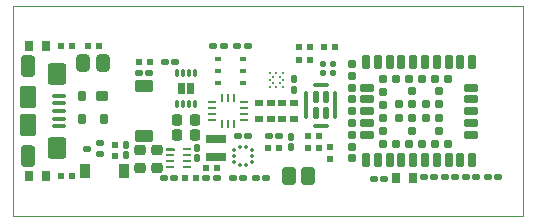
<source format=gtp>
G04*
G04 #@! TF.GenerationSoftware,Altium Limited,Altium Designer,24.2.2 (26)*
G04*
G04 Layer_Color=8421504*
%FSLAX44Y44*%
%MOMM*%
G71*
G04*
G04 #@! TF.SameCoordinates,84A61C28-107D-4167-A594-B99BE37EB826*
G04*
G04*
G04 #@! TF.FilePolarity,Positive*
G04*
G01*
G75*
%ADD12C,0.1000*%
G04:AMPARAMS|DCode=13|XSize=1.9mm|YSize=1.4mm|CornerRadius=0.259mm|HoleSize=0mm|Usage=FLASHONLY|Rotation=90.000|XOffset=0mm|YOffset=0mm|HoleType=Round|Shape=RoundedRectangle|*
%AMROUNDEDRECTD13*
21,1,1.9000,0.8820,0,0,90.0*
21,1,1.3820,1.4000,0,0,90.0*
1,1,0.5180,0.4410,0.6910*
1,1,0.5180,0.4410,-0.6910*
1,1,0.5180,-0.4410,-0.6910*
1,1,0.5180,-0.4410,0.6910*
%
%ADD13ROUNDEDRECTD13*%
G04:AMPARAMS|DCode=14|XSize=1.825mm|YSize=1.6mm|CornerRadius=0.296mm|HoleSize=0mm|Usage=FLASHONLY|Rotation=90.000|XOffset=0mm|YOffset=0mm|HoleType=Round|Shape=RoundedRectangle|*
%AMROUNDEDRECTD14*
21,1,1.8250,1.0080,0,0,90.0*
21,1,1.2330,1.6000,0,0,90.0*
1,1,0.5920,0.5040,0.6165*
1,1,0.5920,0.5040,-0.6165*
1,1,0.5920,-0.5040,-0.6165*
1,1,0.5920,-0.5040,0.6165*
%
%ADD14ROUNDEDRECTD14*%
G04:AMPARAMS|DCode=15|XSize=0.37mm|YSize=1.11mm|CornerRadius=0.0907mm|HoleSize=0mm|Usage=FLASHONLY|Rotation=90.000|XOffset=0mm|YOffset=0mm|HoleType=Round|Shape=RoundedRectangle|*
%AMROUNDEDRECTD15*
21,1,0.3700,0.9287,0,0,90.0*
21,1,0.1887,1.1100,0,0,90.0*
1,1,0.1813,0.4643,0.0944*
1,1,0.1813,0.4643,-0.0944*
1,1,0.1813,-0.4643,-0.0944*
1,1,0.1813,-0.4643,0.0944*
%
%ADD15ROUNDEDRECTD15*%
G04:AMPARAMS|DCode=16|XSize=1.78mm|YSize=1.2mm|CornerRadius=0.222mm|HoleSize=0mm|Usage=FLASHONLY|Rotation=90.000|XOffset=0mm|YOffset=0mm|HoleType=Round|Shape=RoundedRectangle|*
%AMROUNDEDRECTD16*
21,1,1.7800,0.7560,0,0,90.0*
21,1,1.3360,1.2000,0,0,90.0*
1,1,0.4440,0.3780,0.6680*
1,1,0.4440,0.3780,-0.6680*
1,1,0.4440,-0.3780,-0.6680*
1,1,0.4440,-0.3780,0.6680*
%
%ADD16ROUNDEDRECTD16*%
%ADD17R,0.8000X0.2499*%
%ADD18R,0.2499X0.8000*%
G04:AMPARAMS|DCode=19|XSize=0.64mm|YSize=0.26mm|CornerRadius=0.0702mm|HoleSize=0mm|Usage=FLASHONLY|Rotation=90.000|XOffset=0mm|YOffset=0mm|HoleType=Round|Shape=RoundedRectangle|*
%AMROUNDEDRECTD19*
21,1,0.6400,0.1196,0,0,90.0*
21,1,0.4996,0.2600,0,0,90.0*
1,1,0.1404,0.0598,0.2498*
1,1,0.1404,0.0598,-0.2498*
1,1,0.1404,-0.0598,-0.2498*
1,1,0.1404,-0.0598,0.2498*
%
%ADD19ROUNDEDRECTD19*%
G04:AMPARAMS|DCode=20|XSize=0.6599mm|YSize=0.5001mm|CornerRadius=0.125mm|HoleSize=0mm|Usage=FLASHONLY|Rotation=180.000|XOffset=0mm|YOffset=0mm|HoleType=Round|Shape=RoundedRectangle|*
%AMROUNDEDRECTD20*
21,1,0.6599,0.2501,0,0,180.0*
21,1,0.4098,0.5001,0,0,180.0*
1,1,0.2501,-0.2049,0.1250*
1,1,0.2501,0.2049,0.1250*
1,1,0.2501,0.2049,-0.1250*
1,1,0.2501,-0.2049,-0.1250*
%
%ADD20ROUNDEDRECTD20*%
G04:AMPARAMS|DCode=21|XSize=0.91mm|YSize=1.01mm|CornerRadius=0.1502mm|HoleSize=0mm|Usage=FLASHONLY|Rotation=90.000|XOffset=0mm|YOffset=0mm|HoleType=Round|Shape=RoundedRectangle|*
%AMROUNDEDRECTD21*
21,1,0.9100,0.7097,0,0,90.0*
21,1,0.6097,1.0100,0,0,90.0*
1,1,0.3003,0.3549,0.3049*
1,1,0.3003,0.3549,-0.3049*
1,1,0.3003,-0.3549,-0.3049*
1,1,0.3003,-0.3549,0.3049*
%
%ADD21ROUNDEDRECTD21*%
G04:AMPARAMS|DCode=22|XSize=0.91mm|YSize=0.61mm|CornerRadius=0.1495mm|HoleSize=0mm|Usage=FLASHONLY|Rotation=90.000|XOffset=0mm|YOffset=0mm|HoleType=Round|Shape=RoundedRectangle|*
%AMROUNDEDRECTD22*
21,1,0.9100,0.3111,0,0,90.0*
21,1,0.6111,0.6100,0,0,90.0*
1,1,0.2989,0.1556,0.3056*
1,1,0.2989,0.1556,-0.3056*
1,1,0.2989,-0.1556,-0.3056*
1,1,0.2989,-0.1556,0.3056*
%
%ADD22ROUNDEDRECTD22*%
G04:AMPARAMS|DCode=23|XSize=0.91mm|YSize=1.22mm|CornerRadius=0.2275mm|HoleSize=0mm|Usage=FLASHONLY|Rotation=180.000|XOffset=0mm|YOffset=0mm|HoleType=Round|Shape=RoundedRectangle|*
%AMROUNDEDRECTD23*
21,1,0.9100,0.7650,0,0,180.0*
21,1,0.4550,1.2200,0,0,180.0*
1,1,0.4550,-0.2275,0.3825*
1,1,0.4550,0.2275,0.3825*
1,1,0.4550,0.2275,-0.3825*
1,1,0.4550,-0.2275,-0.3825*
%
%ADD23ROUNDEDRECTD23*%
G04:AMPARAMS|DCode=24|XSize=0.54mm|YSize=0.54mm|CornerRadius=0.1404mm|HoleSize=0mm|Usage=FLASHONLY|Rotation=270.000|XOffset=0mm|YOffset=0mm|HoleType=Round|Shape=RoundedRectangle|*
%AMROUNDEDRECTD24*
21,1,0.5400,0.2592,0,0,270.0*
21,1,0.2592,0.5400,0,0,270.0*
1,1,0.2808,-0.1296,-0.1296*
1,1,0.2808,-0.1296,0.1296*
1,1,0.2808,0.1296,0.1296*
1,1,0.2808,0.1296,-0.1296*
%
%ADD24ROUNDEDRECTD24*%
G04:AMPARAMS|DCode=25|XSize=0.55mm|YSize=0.58mm|CornerRadius=0.1403mm|HoleSize=0mm|Usage=FLASHONLY|Rotation=0.000|XOffset=0mm|YOffset=0mm|HoleType=Round|Shape=RoundedRectangle|*
%AMROUNDEDRECTD25*
21,1,0.5500,0.2995,0,0,0.0*
21,1,0.2695,0.5800,0,0,0.0*
1,1,0.2805,0.1348,-0.1498*
1,1,0.2805,-0.1348,-0.1498*
1,1,0.2805,-0.1348,0.1498*
1,1,0.2805,0.1348,0.1498*
%
%ADD25ROUNDEDRECTD25*%
G04:AMPARAMS|DCode=26|XSize=0.25mm|YSize=0.7mm|CornerRadius=0.0313mm|HoleSize=0mm|Usage=FLASHONLY|Rotation=90.000|XOffset=0mm|YOffset=0mm|HoleType=Round|Shape=RoundedRectangle|*
%AMROUNDEDRECTD26*
21,1,0.2500,0.6375,0,0,90.0*
21,1,0.1875,0.7000,0,0,90.0*
1,1,0.0625,0.3188,0.0938*
1,1,0.0625,0.3188,-0.0938*
1,1,0.0625,-0.3188,-0.0938*
1,1,0.0625,-0.3188,0.0938*
%
%ADD26ROUNDEDRECTD26*%
G04:AMPARAMS|DCode=27|XSize=0.7mm|YSize=0.7mm|CornerRadius=0.063mm|HoleSize=0mm|Usage=FLASHONLY|Rotation=0.000|XOffset=0mm|YOffset=0mm|HoleType=Round|Shape=RoundedRectangle|*
%AMROUNDEDRECTD27*
21,1,0.7000,0.5740,0,0,0.0*
21,1,0.5740,0.7000,0,0,0.0*
1,1,0.1260,0.2870,-0.2870*
1,1,0.1260,-0.2870,-0.2870*
1,1,0.1260,-0.2870,0.2870*
1,1,0.1260,0.2870,0.2870*
%
%ADD27ROUNDEDRECTD27*%
G04:AMPARAMS|DCode=28|XSize=1.1501mm|YSize=0.7mm|CornerRadius=0.063mm|HoleSize=0mm|Usage=FLASHONLY|Rotation=270.000|XOffset=0mm|YOffset=0mm|HoleType=Round|Shape=RoundedRectangle|*
%AMROUNDEDRECTD28*
21,1,1.1501,0.5740,0,0,270.0*
21,1,1.0241,0.7000,0,0,270.0*
1,1,0.1260,-0.2870,-0.5121*
1,1,0.1260,-0.2870,0.5121*
1,1,0.1260,0.2870,0.5121*
1,1,0.1260,0.2870,-0.5121*
%
%ADD28ROUNDEDRECTD28*%
G04:AMPARAMS|DCode=29|XSize=1.1501mm|YSize=0.7mm|CornerRadius=0.063mm|HoleSize=0mm|Usage=FLASHONLY|Rotation=0.000|XOffset=0mm|YOffset=0mm|HoleType=Round|Shape=RoundedRectangle|*
%AMROUNDEDRECTD29*
21,1,1.1501,0.5740,0,0,0.0*
21,1,1.0241,0.7000,0,0,0.0*
1,1,0.1260,0.5121,-0.2870*
1,1,0.1260,-0.5121,-0.2870*
1,1,0.1260,-0.5121,0.2870*
1,1,0.1260,0.5121,0.2870*
%
%ADD29ROUNDEDRECTD29*%
%ADD30R,1.8000X0.7000*%
G04:AMPARAMS|DCode=31|XSize=0.33mm|YSize=0.28mm|CornerRadius=0.07mm|HoleSize=0mm|Usage=FLASHONLY|Rotation=180.000|XOffset=0mm|YOffset=0mm|HoleType=Round|Shape=RoundedRectangle|*
%AMROUNDEDRECTD31*
21,1,0.3300,0.1400,0,0,180.0*
21,1,0.1900,0.2800,0,0,180.0*
1,1,0.1400,-0.0950,0.0700*
1,1,0.1400,0.0950,0.0700*
1,1,0.1400,0.0950,-0.0700*
1,1,0.1400,-0.0950,-0.0700*
%
%ADD31ROUNDEDRECTD31*%
G04:AMPARAMS|DCode=32|XSize=0.33mm|YSize=0.28mm|CornerRadius=0.07mm|HoleSize=0mm|Usage=FLASHONLY|Rotation=90.000|XOffset=0mm|YOffset=0mm|HoleType=Round|Shape=RoundedRectangle|*
%AMROUNDEDRECTD32*
21,1,0.3300,0.1400,0,0,90.0*
21,1,0.1900,0.2800,0,0,90.0*
1,1,0.1400,0.0700,0.0950*
1,1,0.1400,0.0700,-0.0950*
1,1,0.1400,-0.0700,-0.0950*
1,1,0.1400,-0.0700,0.0950*
%
%ADD32ROUNDEDRECTD32*%
G04:AMPARAMS|DCode=33|XSize=0.72mm|YSize=0.87mm|CornerRadius=0.18mm|HoleSize=0mm|Usage=FLASHONLY|Rotation=0.000|XOffset=0mm|YOffset=0mm|HoleType=Round|Shape=RoundedRectangle|*
%AMROUNDEDRECTD33*
21,1,0.7200,0.5100,0,0,0.0*
21,1,0.3600,0.8700,0,0,0.0*
1,1,0.3600,0.1800,-0.2550*
1,1,0.3600,-0.1800,-0.2550*
1,1,0.3600,-0.1800,0.2550*
1,1,0.3600,0.1800,0.2550*
%
%ADD33ROUNDEDRECTD33*%
G04:AMPARAMS|DCode=34|XSize=0.75mm|YSize=0.87mm|CornerRadius=0.1913mm|HoleSize=0mm|Usage=FLASHONLY|Rotation=0.000|XOffset=0mm|YOffset=0mm|HoleType=Round|Shape=RoundedRectangle|*
%AMROUNDEDRECTD34*
21,1,0.7500,0.4875,0,0,0.0*
21,1,0.3675,0.8700,0,0,0.0*
1,1,0.3825,0.1838,-0.2438*
1,1,0.3825,-0.1838,-0.2438*
1,1,0.3825,-0.1838,0.2438*
1,1,0.3825,0.1838,0.2438*
%
%ADD34ROUNDEDRECTD34*%
%ADD35R,0.6100X0.3500*%
G04:AMPARAMS|DCode=36|XSize=0.35mm|YSize=1.3mm|CornerRadius=0.0875mm|HoleSize=0mm|Usage=FLASHONLY|Rotation=90.000|XOffset=0mm|YOffset=0mm|HoleType=Round|Shape=RoundedRectangle|*
%AMROUNDEDRECTD36*
21,1,0.3500,1.1250,0,0,90.0*
21,1,0.1750,1.3000,0,0,90.0*
1,1,0.1750,0.5625,0.0875*
1,1,0.1750,0.5625,-0.0875*
1,1,0.1750,-0.5625,-0.0875*
1,1,0.1750,-0.5625,0.0875*
%
%ADD36ROUNDEDRECTD36*%
G04:AMPARAMS|DCode=37|XSize=2.3mm|YSize=0.35mm|CornerRadius=0.0875mm|HoleSize=0mm|Usage=FLASHONLY|Rotation=90.000|XOffset=0mm|YOffset=0mm|HoleType=Round|Shape=RoundedRectangle|*
%AMROUNDEDRECTD37*
21,1,2.3000,0.1750,0,0,90.0*
21,1,2.1250,0.3500,0,0,90.0*
1,1,0.1750,0.0875,1.0625*
1,1,0.1750,0.0875,-1.0625*
1,1,0.1750,-0.0875,-1.0625*
1,1,0.1750,-0.0875,1.0625*
%
%ADD37ROUNDEDRECTD37*%
G04:AMPARAMS|DCode=38|XSize=1.02mm|YSize=0.48mm|CornerRadius=0.0528mm|HoleSize=0mm|Usage=FLASHONLY|Rotation=270.000|XOffset=0mm|YOffset=0mm|HoleType=Round|Shape=RoundedRectangle|*
%AMROUNDEDRECTD38*
21,1,1.0200,0.3744,0,0,270.0*
21,1,0.9144,0.4800,0,0,270.0*
1,1,0.1056,-0.1872,-0.4572*
1,1,0.1056,-0.1872,0.4572*
1,1,0.1056,0.1872,0.4572*
1,1,0.1056,0.1872,-0.4572*
%
%ADD38ROUNDEDRECTD38*%
%ADD39C,0.2000*%
G04:AMPARAMS|DCode=40|XSize=1.11mm|YSize=1.47mm|CornerRadius=0.2498mm|HoleSize=0mm|Usage=FLASHONLY|Rotation=180.000|XOffset=0mm|YOffset=0mm|HoleType=Round|Shape=RoundedRectangle|*
%AMROUNDEDRECTD40*
21,1,1.1100,0.9705,0,0,180.0*
21,1,0.6105,1.4700,0,0,180.0*
1,1,0.4995,-0.3053,0.4853*
1,1,0.4995,0.3053,0.4853*
1,1,0.4995,0.3053,-0.4853*
1,1,0.4995,-0.3053,-0.4853*
%
%ADD40ROUNDEDRECTD40*%
G04:AMPARAMS|DCode=41|XSize=0.87mm|YSize=0.97mm|CornerRadius=0.2218mm|HoleSize=0mm|Usage=FLASHONLY|Rotation=90.000|XOffset=0mm|YOffset=0mm|HoleType=Round|Shape=RoundedRectangle|*
%AMROUNDEDRECTD41*
21,1,0.8700,0.5263,0,0,90.0*
21,1,0.4263,0.9700,0,0,90.0*
1,1,0.4437,0.2632,0.2132*
1,1,0.4437,0.2632,-0.2132*
1,1,0.4437,-0.2632,-0.2132*
1,1,0.4437,-0.2632,0.2132*
%
%ADD41ROUNDEDRECTD41*%
G04:AMPARAMS|DCode=42|XSize=0.63mm|YSize=0.58mm|CornerRadius=0.1508mm|HoleSize=0mm|Usage=FLASHONLY|Rotation=270.000|XOffset=0mm|YOffset=0mm|HoleType=Round|Shape=RoundedRectangle|*
%AMROUNDEDRECTD42*
21,1,0.6300,0.2784,0,0,270.0*
21,1,0.3284,0.5800,0,0,270.0*
1,1,0.3016,-0.1392,-0.1642*
1,1,0.3016,-0.1392,0.1642*
1,1,0.3016,0.1392,0.1642*
1,1,0.3016,0.1392,-0.1642*
%
%ADD42ROUNDEDRECTD42*%
G04:AMPARAMS|DCode=43|XSize=1mm|YSize=1.6mm|CornerRadius=0.245mm|HoleSize=0mm|Usage=FLASHONLY|Rotation=90.000|XOffset=0mm|YOffset=0mm|HoleType=Round|Shape=RoundedRectangle|*
%AMROUNDEDRECTD43*
21,1,1.0000,1.1100,0,0,90.0*
21,1,0.5100,1.6000,0,0,90.0*
1,1,0.4900,0.5550,0.2550*
1,1,0.4900,0.5550,-0.2550*
1,1,0.4900,-0.5550,-0.2550*
1,1,0.4900,-0.5550,0.2550*
%
%ADD43ROUNDEDRECTD43*%
%ADD44R,0.7200X0.6000*%
G04:AMPARAMS|DCode=45|XSize=0.63mm|YSize=0.58mm|CornerRadius=0.1508mm|HoleSize=0mm|Usage=FLASHONLY|Rotation=0.000|XOffset=0mm|YOffset=0mm|HoleType=Round|Shape=RoundedRectangle|*
%AMROUNDEDRECTD45*
21,1,0.6300,0.2784,0,0,0.0*
21,1,0.3284,0.5800,0,0,0.0*
1,1,0.3016,0.1642,-0.1392*
1,1,0.3016,-0.1642,-0.1392*
1,1,0.3016,-0.1642,0.1392*
1,1,0.3016,0.1642,0.1392*
%
%ADD45ROUNDEDRECTD45*%
G04:AMPARAMS|DCode=46|XSize=1.25mm|YSize=1.47mm|CornerRadius=0.2813mm|HoleSize=0mm|Usage=FLASHONLY|Rotation=180.000|XOffset=0mm|YOffset=0mm|HoleType=Round|Shape=RoundedRectangle|*
%AMROUNDEDRECTD46*
21,1,1.2500,0.9075,0,0,180.0*
21,1,0.6875,1.4700,0,0,180.0*
1,1,0.5625,-0.3438,0.4537*
1,1,0.5625,0.3438,0.4537*
1,1,0.5625,0.3438,-0.4537*
1,1,0.5625,-0.3438,-0.4537*
%
%ADD46ROUNDEDRECTD46*%
G04:AMPARAMS|DCode=47|XSize=0.55mm|YSize=0.58mm|CornerRadius=0.1403mm|HoleSize=0mm|Usage=FLASHONLY|Rotation=270.000|XOffset=0mm|YOffset=0mm|HoleType=Round|Shape=RoundedRectangle|*
%AMROUNDEDRECTD47*
21,1,0.5500,0.2995,0,0,270.0*
21,1,0.2695,0.5800,0,0,270.0*
1,1,0.2805,-0.1498,-0.1348*
1,1,0.2805,-0.1498,0.1348*
1,1,0.2805,0.1498,0.1348*
1,1,0.2805,0.1498,-0.1348*
%
%ADD47ROUNDEDRECTD47*%
G04:AMPARAMS|DCode=48|XSize=0.87mm|YSize=0.97mm|CornerRadius=0.2218mm|HoleSize=0mm|Usage=FLASHONLY|Rotation=180.000|XOffset=0mm|YOffset=0mm|HoleType=Round|Shape=RoundedRectangle|*
%AMROUNDEDRECTD48*
21,1,0.8700,0.5263,0,0,180.0*
21,1,0.4263,0.9700,0,0,180.0*
1,1,0.4437,-0.2132,0.2632*
1,1,0.4437,0.2132,0.2632*
1,1,0.4437,0.2132,-0.2632*
1,1,0.4437,-0.2132,-0.2632*
%
%ADD48ROUNDEDRECTD48*%
G36*
X152700Y103600D02*
X147200D01*
Y112500D01*
X152700D01*
Y103600D01*
D02*
G37*
G36*
X145200D02*
X139700D01*
Y112500D01*
X145200D01*
Y103600D01*
D02*
G37*
G36*
X136650Y56430D02*
Y55512D01*
Y55450D01*
X136602Y55335D01*
X136515Y55248D01*
X136400Y55200D01*
X129400D01*
X129285Y55248D01*
X129198Y55335D01*
X129150Y55450D01*
Y55512D01*
Y57387D01*
Y57450D01*
X129198Y57565D01*
X129285Y57652D01*
X129400Y57700D01*
X135380D01*
X136650Y56430D01*
D02*
G37*
D12*
X0Y177800D02*
X431800D01*
Y0D02*
Y177800D01*
X0Y0D02*
X431800D01*
X0D02*
Y177800D01*
D13*
X12799Y76900D02*
D03*
Y100900D02*
D03*
D14*
X36799Y57425D02*
D03*
Y120375D02*
D03*
D15*
X38399Y101900D02*
D03*
Y95400D02*
D03*
Y88900D02*
D03*
Y82400D02*
D03*
Y75900D02*
D03*
D16*
X12799Y50700D02*
D03*
Y127100D02*
D03*
D17*
X168025Y96401D02*
D03*
Y91399D02*
D03*
X168025Y86401D02*
D03*
X168025Y81399D02*
D03*
X195525D02*
D03*
X195525Y86401D02*
D03*
X195525Y91399D02*
D03*
Y96401D02*
D03*
D18*
X181775Y77900D02*
D03*
X186776D02*
D03*
Y99900D02*
D03*
X181775Y99900D02*
D03*
X176773Y99900D02*
D03*
Y77900D02*
D03*
D19*
X138700Y121500D02*
D03*
X143700D02*
D03*
X148700D02*
D03*
X153700D02*
D03*
Y94600D02*
D03*
X148700D02*
D03*
X143700D02*
D03*
X138700D02*
D03*
D20*
X61950Y57250D02*
D03*
X73350Y52249D02*
D03*
Y62251D02*
D03*
D21*
X75149Y101700D02*
D03*
D22*
X58149D02*
D03*
Y82600D02*
D03*
X77149D02*
D03*
D23*
X93500Y38000D02*
D03*
X60800D02*
D03*
D24*
X262550Y121050D02*
D03*
X270450D02*
D03*
Y128950D02*
D03*
X262550D02*
D03*
D25*
X154400Y32050D02*
D03*
X144900D02*
D03*
X49399Y144400D02*
D03*
X39899D02*
D03*
X115750Y130400D02*
D03*
X106250D02*
D03*
X62900Y144400D02*
D03*
X72400D02*
D03*
X251300Y143500D02*
D03*
X241800D02*
D03*
X262800D02*
D03*
X272300D02*
D03*
X251300Y132500D02*
D03*
X241800D02*
D03*
X258700Y58100D02*
D03*
X249200D02*
D03*
X225133D02*
D03*
X215633D02*
D03*
X258633Y67600D02*
D03*
X249133D02*
D03*
X49399Y33750D02*
D03*
X39899D02*
D03*
X172400Y40850D02*
D03*
X162900D02*
D03*
D26*
X146900Y56450D02*
D03*
Y51450D02*
D03*
Y46450D02*
D03*
Y41450D02*
D03*
X132900D02*
D03*
Y46450D02*
D03*
Y51450D02*
D03*
D27*
X287018Y48900D02*
D03*
Y58900D02*
D03*
Y68900D02*
D03*
Y78900D02*
D03*
Y88900D02*
D03*
Y98900D02*
D03*
Y108900D02*
D03*
Y118900D02*
D03*
Y128900D02*
D03*
X324019Y116400D02*
D03*
X335019D02*
D03*
X346019D02*
D03*
X357019D02*
D03*
X368019D02*
D03*
Y61400D02*
D03*
X357019D02*
D03*
X346019D02*
D03*
X335019D02*
D03*
X324019D02*
D03*
X360769Y71650D02*
D03*
X360768Y106150D02*
D03*
X360767Y94650D02*
D03*
Y83150D02*
D03*
X349268Y83150D02*
D03*
Y94650D02*
D03*
X337769Y106150D02*
D03*
X337767Y94650D02*
D03*
X337769Y71650D02*
D03*
X337767Y83150D02*
D03*
X326269Y94650D02*
D03*
Y83150D02*
D03*
X313017Y61399D02*
D03*
Y72400D02*
D03*
Y83401D02*
D03*
Y116401D02*
D03*
Y105400D02*
D03*
Y94399D02*
D03*
D28*
X388518Y130150D02*
D03*
X378518D02*
D03*
X368518D02*
D03*
X358518D02*
D03*
X348519Y130150D02*
D03*
X338519D02*
D03*
X328519D02*
D03*
X318519D02*
D03*
X308519Y130150D02*
D03*
X298519D02*
D03*
X388518Y47650D02*
D03*
X378518D02*
D03*
X368518D02*
D03*
X358519D02*
D03*
X348519D02*
D03*
X338519D02*
D03*
X328519D02*
D03*
X318519D02*
D03*
X308519D02*
D03*
X298519D02*
D03*
D29*
X299268Y98900D02*
D03*
Y108900D02*
D03*
Y88900D02*
D03*
Y78900D02*
D03*
Y68900D02*
D03*
X387769Y108900D02*
D03*
Y98900D02*
D03*
Y68900D02*
D03*
Y78900D02*
D03*
Y88900D02*
D03*
D30*
X171200Y50200D02*
D03*
Y65200D02*
D03*
D31*
X186820Y46000D02*
D03*
Y51000D02*
D03*
Y56000D02*
D03*
X201720D02*
D03*
Y51000D02*
D03*
Y46000D02*
D03*
D32*
X191770Y58450D02*
D03*
X196770D02*
D03*
Y43550D02*
D03*
X191770D02*
D03*
D33*
X27999Y144400D02*
D03*
X13499D02*
D03*
X28000Y33750D02*
D03*
X13500D02*
D03*
D34*
X337976Y32126D02*
D03*
X323776D02*
D03*
D35*
X194270Y113000D02*
D03*
Y123000D02*
D03*
Y133000D02*
D03*
X173270D02*
D03*
Y123000D02*
D03*
Y113000D02*
D03*
D36*
X260300Y111059D02*
D03*
Y76559D02*
D03*
D37*
X272550Y93809D02*
D03*
X248050D02*
D03*
D38*
X256050Y87059D02*
D03*
Y100559D02*
D03*
X264550D02*
D03*
Y87059D02*
D03*
D39*
X228200Y109690D02*
D03*
X222540D02*
D03*
X216880D02*
D03*
X225370Y112520D02*
D03*
X219710D02*
D03*
X228200Y115350D02*
D03*
X216880D02*
D03*
X225370Y118180D02*
D03*
X219710D02*
D03*
X228200Y121010D02*
D03*
X222540Y121010D02*
D03*
X216880Y121010D02*
D03*
D40*
X59150Y129400D02*
D03*
X76150D02*
D03*
D41*
X107400Y55900D02*
D03*
Y40900D02*
D03*
X121200Y55900D02*
D03*
Y40900D02*
D03*
D42*
X95400Y51500D02*
D03*
Y60200D02*
D03*
X234936Y67400D02*
D03*
Y58700D02*
D03*
X237450Y115750D02*
D03*
Y107050D02*
D03*
X155150Y57650D02*
D03*
Y48950D02*
D03*
D43*
X111000Y109900D02*
D03*
Y67900D02*
D03*
D44*
X227736Y95900D02*
D03*
X237436Y81900D02*
D03*
Y95900D02*
D03*
X227736Y81900D02*
D03*
X218036Y95900D02*
D03*
Y81900D02*
D03*
X208336Y95900D02*
D03*
Y81900D02*
D03*
D45*
X410200Y33200D02*
D03*
X401500D02*
D03*
X106500Y121400D02*
D03*
X115200D02*
D03*
X205562Y32045D02*
D03*
X214261D02*
D03*
X136700Y130400D02*
D03*
X128000D02*
D03*
X224733Y67600D02*
D03*
X216033D02*
D03*
X185770Y32045D02*
D03*
X194470D02*
D03*
X198270Y144400D02*
D03*
X189570D02*
D03*
X169270D02*
D03*
X177970D02*
D03*
X198470Y68250D02*
D03*
X189770D02*
D03*
X365401Y33200D02*
D03*
X374101D02*
D03*
X383401D02*
D03*
X392101D02*
D03*
X313999Y31479D02*
D03*
X305299D02*
D03*
X347649Y33124D02*
D03*
X356350D02*
D03*
X163300Y32050D02*
D03*
X172000D02*
D03*
X136000Y32050D02*
D03*
X127300D02*
D03*
D46*
X233101Y34393D02*
D03*
X249201D02*
D03*
D47*
X86000Y51100D02*
D03*
Y60600D02*
D03*
X267787Y58103D02*
D03*
Y48603D02*
D03*
D48*
X138700Y68700D02*
D03*
X153700D02*
D03*
X138700Y81500D02*
D03*
X153700D02*
D03*
M02*

</source>
